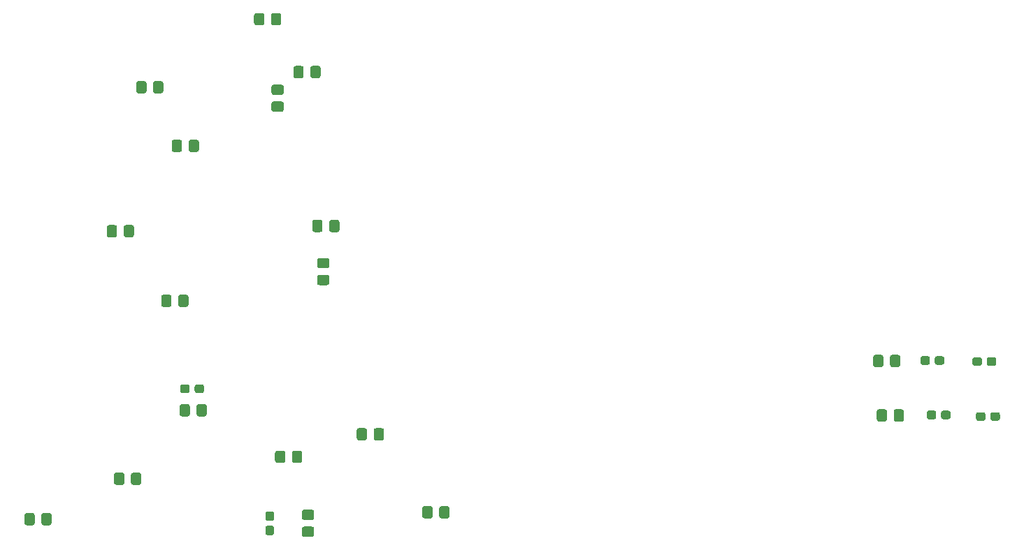
<source format=gbr>
%TF.GenerationSoftware,KiCad,Pcbnew,(5.1.6)-1*%
%TF.CreationDate,2021-10-19T11:47:46+02:00*%
%TF.ProjectId,_autosave-BaumOben,5f617574-6f73-4617-9665-2d4261756d4f,rev?*%
%TF.SameCoordinates,Original*%
%TF.FileFunction,Soldermask,Top*%
%TF.FilePolarity,Negative*%
%FSLAX46Y46*%
G04 Gerber Fmt 4.6, Leading zero omitted, Abs format (unit mm)*
G04 Created by KiCad (PCBNEW (5.1.6)-1) date 2021-10-19 11:47:46*
%MOMM*%
%LPD*%
G01*
G04 APERTURE LIST*
G04 APERTURE END LIST*
%TO.C,R10*%
G36*
G01*
X180413500Y-113254262D02*
X180413500Y-112297738D01*
G75*
G02*
X180685238Y-112026000I271738J0D01*
G01*
X181391762Y-112026000D01*
G75*
G02*
X181663500Y-112297738I0J-271738D01*
G01*
X181663500Y-113254262D01*
G75*
G02*
X181391762Y-113526000I-271738J0D01*
G01*
X180685238Y-113526000D01*
G75*
G02*
X180413500Y-113254262I0J271738D01*
G01*
G37*
G36*
G01*
X178363500Y-113254262D02*
X178363500Y-112297738D01*
G75*
G02*
X178635238Y-112026000I271738J0D01*
G01*
X179341762Y-112026000D01*
G75*
G02*
X179613500Y-112297738I0J-271738D01*
G01*
X179613500Y-113254262D01*
G75*
G02*
X179341762Y-113526000I-271738J0D01*
G01*
X178635238Y-113526000D01*
G75*
G02*
X178363500Y-113254262I0J271738D01*
G01*
G37*
%TD*%
%TO.C,R9*%
G36*
G01*
X179978000Y-106650262D02*
X179978000Y-105693738D01*
G75*
G02*
X180249738Y-105422000I271738J0D01*
G01*
X180956262Y-105422000D01*
G75*
G02*
X181228000Y-105693738I0J-271738D01*
G01*
X181228000Y-106650262D01*
G75*
G02*
X180956262Y-106922000I-271738J0D01*
G01*
X180249738Y-106922000D01*
G75*
G02*
X179978000Y-106650262I0J271738D01*
G01*
G37*
G36*
G01*
X177928000Y-106650262D02*
X177928000Y-105693738D01*
G75*
G02*
X178199738Y-105422000I271738J0D01*
G01*
X178906262Y-105422000D01*
G75*
G02*
X179178000Y-105693738I0J-271738D01*
G01*
X179178000Y-106650262D01*
G75*
G02*
X178906262Y-106922000I-271738J0D01*
G01*
X178199738Y-106922000D01*
G75*
G02*
X177928000Y-106650262I0J271738D01*
G01*
G37*
%TD*%
%TO.C,R8*%
G36*
G01*
X109952262Y-125457000D02*
X108995738Y-125457000D01*
G75*
G02*
X108724000Y-125185262I0J271738D01*
G01*
X108724000Y-124478738D01*
G75*
G02*
X108995738Y-124207000I271738J0D01*
G01*
X109952262Y-124207000D01*
G75*
G02*
X110224000Y-124478738I0J-271738D01*
G01*
X110224000Y-125185262D01*
G75*
G02*
X109952262Y-125457000I-271738J0D01*
G01*
G37*
G36*
G01*
X109952262Y-127507000D02*
X108995738Y-127507000D01*
G75*
G02*
X108724000Y-127235262I0J271738D01*
G01*
X108724000Y-126528738D01*
G75*
G02*
X108995738Y-126257000I271738J0D01*
G01*
X109952262Y-126257000D01*
G75*
G02*
X110224000Y-126528738I0J-271738D01*
G01*
X110224000Y-127235262D01*
G75*
G02*
X109952262Y-127507000I-271738J0D01*
G01*
G37*
%TD*%
%TO.C,R7*%
G36*
G01*
X95967500Y-112619262D02*
X95967500Y-111662738D01*
G75*
G02*
X96239238Y-111391000I271738J0D01*
G01*
X96945762Y-111391000D01*
G75*
G02*
X97217500Y-111662738I0J-271738D01*
G01*
X97217500Y-112619262D01*
G75*
G02*
X96945762Y-112891000I-271738J0D01*
G01*
X96239238Y-112891000D01*
G75*
G02*
X95967500Y-112619262I0J271738D01*
G01*
G37*
G36*
G01*
X93917500Y-112619262D02*
X93917500Y-111662738D01*
G75*
G02*
X94189238Y-111391000I271738J0D01*
G01*
X94895762Y-111391000D01*
G75*
G02*
X95167500Y-111662738I0J-271738D01*
G01*
X95167500Y-112619262D01*
G75*
G02*
X94895762Y-112891000I-271738J0D01*
G01*
X94189238Y-112891000D01*
G75*
G02*
X93917500Y-112619262I0J271738D01*
G01*
G37*
%TD*%
%TO.C,R3*%
G36*
G01*
X105312738Y-74695000D02*
X106269262Y-74695000D01*
G75*
G02*
X106541000Y-74966738I0J-271738D01*
G01*
X106541000Y-75673262D01*
G75*
G02*
X106269262Y-75945000I-271738J0D01*
G01*
X105312738Y-75945000D01*
G75*
G02*
X105041000Y-75673262I0J271738D01*
G01*
X105041000Y-74966738D01*
G75*
G02*
X105312738Y-74695000I271738J0D01*
G01*
G37*
G36*
G01*
X105312738Y-72645000D02*
X106269262Y-72645000D01*
G75*
G02*
X106541000Y-72916738I0J-271738D01*
G01*
X106541000Y-73623262D01*
G75*
G02*
X106269262Y-73895000I-271738J0D01*
G01*
X105312738Y-73895000D01*
G75*
G02*
X105041000Y-73623262I0J271738D01*
G01*
X105041000Y-72916738D01*
G75*
G02*
X105312738Y-72645000I271738J0D01*
G01*
G37*
%TD*%
%TO.C,R1*%
G36*
G01*
X110837238Y-95722500D02*
X111793762Y-95722500D01*
G75*
G02*
X112065500Y-95994238I0J-271738D01*
G01*
X112065500Y-96700762D01*
G75*
G02*
X111793762Y-96972500I-271738J0D01*
G01*
X110837238Y-96972500D01*
G75*
G02*
X110565500Y-96700762I0J271738D01*
G01*
X110565500Y-95994238D01*
G75*
G02*
X110837238Y-95722500I271738J0D01*
G01*
G37*
G36*
G01*
X110837238Y-93672500D02*
X111793762Y-93672500D01*
G75*
G02*
X112065500Y-93944238I0J-271738D01*
G01*
X112065500Y-94650762D01*
G75*
G02*
X111793762Y-94922500I-271738J0D01*
G01*
X110837238Y-94922500D01*
G75*
G02*
X110565500Y-94650762I0J271738D01*
G01*
X110565500Y-93944238D01*
G75*
G02*
X110837238Y-93672500I271738J0D01*
G01*
G37*
%TD*%
%TO.C,DY8*%
G36*
G01*
X93745000Y-99347762D02*
X93745000Y-98391238D01*
G75*
G02*
X94016738Y-98119500I271738J0D01*
G01*
X94723262Y-98119500D01*
G75*
G02*
X94995000Y-98391238I0J-271738D01*
G01*
X94995000Y-99347762D01*
G75*
G02*
X94723262Y-99619500I-271738J0D01*
G01*
X94016738Y-99619500D01*
G75*
G02*
X93745000Y-99347762I0J271738D01*
G01*
G37*
G36*
G01*
X91695000Y-99347762D02*
X91695000Y-98391238D01*
G75*
G02*
X91966738Y-98119500I271738J0D01*
G01*
X92673262Y-98119500D01*
G75*
G02*
X92945000Y-98391238I0J-271738D01*
G01*
X92945000Y-99347762D01*
G75*
G02*
X92673262Y-99619500I-271738J0D01*
G01*
X91966738Y-99619500D01*
G75*
G02*
X91695000Y-99347762I0J271738D01*
G01*
G37*
%TD*%
%TO.C,DY6*%
G36*
G01*
X109747000Y-71598262D02*
X109747000Y-70641738D01*
G75*
G02*
X110018738Y-70370000I271738J0D01*
G01*
X110725262Y-70370000D01*
G75*
G02*
X110997000Y-70641738I0J-271738D01*
G01*
X110997000Y-71598262D01*
G75*
G02*
X110725262Y-71870000I-271738J0D01*
G01*
X110018738Y-71870000D01*
G75*
G02*
X109747000Y-71598262I0J271738D01*
G01*
G37*
G36*
G01*
X107697000Y-71598262D02*
X107697000Y-70641738D01*
G75*
G02*
X107968738Y-70370000I271738J0D01*
G01*
X108675262Y-70370000D01*
G75*
G02*
X108947000Y-70641738I0J-271738D01*
G01*
X108947000Y-71598262D01*
G75*
G02*
X108675262Y-71870000I-271738J0D01*
G01*
X107968738Y-71870000D01*
G75*
G02*
X107697000Y-71598262I0J271738D01*
G01*
G37*
%TD*%
%TO.C,DY4*%
G36*
G01*
X111233000Y-89310738D02*
X111233000Y-90267262D01*
G75*
G02*
X110961262Y-90539000I-271738J0D01*
G01*
X110254738Y-90539000D01*
G75*
G02*
X109983000Y-90267262I0J271738D01*
G01*
X109983000Y-89310738D01*
G75*
G02*
X110254738Y-89039000I271738J0D01*
G01*
X110961262Y-89039000D01*
G75*
G02*
X111233000Y-89310738I0J-271738D01*
G01*
G37*
G36*
G01*
X113283000Y-89310738D02*
X113283000Y-90267262D01*
G75*
G02*
X113011262Y-90539000I-271738J0D01*
G01*
X112304738Y-90539000D01*
G75*
G02*
X112033000Y-90267262I0J271738D01*
G01*
X112033000Y-89310738D01*
G75*
G02*
X112304738Y-89039000I271738J0D01*
G01*
X113011262Y-89039000D01*
G75*
G02*
X113283000Y-89310738I0J-271738D01*
G01*
G37*
%TD*%
%TO.C,DY1*%
G36*
G01*
X88030000Y-120937762D02*
X88030000Y-119981238D01*
G75*
G02*
X88301738Y-119709500I271738J0D01*
G01*
X89008262Y-119709500D01*
G75*
G02*
X89280000Y-119981238I0J-271738D01*
G01*
X89280000Y-120937762D01*
G75*
G02*
X89008262Y-121209500I-271738J0D01*
G01*
X88301738Y-121209500D01*
G75*
G02*
X88030000Y-120937762I0J271738D01*
G01*
G37*
G36*
G01*
X85980000Y-120937762D02*
X85980000Y-119981238D01*
G75*
G02*
X86251738Y-119709500I271738J0D01*
G01*
X86958262Y-119709500D01*
G75*
G02*
X87230000Y-119981238I0J-271738D01*
G01*
X87230000Y-120937762D01*
G75*
G02*
X86958262Y-121209500I-271738J0D01*
G01*
X86251738Y-121209500D01*
G75*
G02*
X85980000Y-120937762I0J271738D01*
G01*
G37*
%TD*%
%TO.C,DR7*%
G36*
G01*
X87141000Y-90902262D02*
X87141000Y-89945738D01*
G75*
G02*
X87412738Y-89674000I271738J0D01*
G01*
X88119262Y-89674000D01*
G75*
G02*
X88391000Y-89945738I0J-271738D01*
G01*
X88391000Y-90902262D01*
G75*
G02*
X88119262Y-91174000I-271738J0D01*
G01*
X87412738Y-91174000D01*
G75*
G02*
X87141000Y-90902262I0J271738D01*
G01*
G37*
G36*
G01*
X85091000Y-90902262D02*
X85091000Y-89945738D01*
G75*
G02*
X85362738Y-89674000I271738J0D01*
G01*
X86069262Y-89674000D01*
G75*
G02*
X86341000Y-89945738I0J-271738D01*
G01*
X86341000Y-90902262D01*
G75*
G02*
X86069262Y-91174000I-271738J0D01*
G01*
X85362738Y-91174000D01*
G75*
G02*
X85091000Y-90902262I0J271738D01*
G01*
G37*
%TD*%
%TO.C,DR5*%
G36*
G01*
X117430500Y-115540262D02*
X117430500Y-114583738D01*
G75*
G02*
X117702238Y-114312000I271738J0D01*
G01*
X118408762Y-114312000D01*
G75*
G02*
X118680500Y-114583738I0J-271738D01*
G01*
X118680500Y-115540262D01*
G75*
G02*
X118408762Y-115812000I-271738J0D01*
G01*
X117702238Y-115812000D01*
G75*
G02*
X117430500Y-115540262I0J271738D01*
G01*
G37*
G36*
G01*
X115380500Y-115540262D02*
X115380500Y-114583738D01*
G75*
G02*
X115652238Y-114312000I271738J0D01*
G01*
X116358762Y-114312000D01*
G75*
G02*
X116630500Y-114583738I0J-271738D01*
G01*
X116630500Y-115540262D01*
G75*
G02*
X116358762Y-115812000I-271738J0D01*
G01*
X115652238Y-115812000D01*
G75*
G02*
X115380500Y-115540262I0J271738D01*
G01*
G37*
%TD*%
%TO.C,DR3*%
G36*
G01*
X104184500Y-64228238D02*
X104184500Y-65184762D01*
G75*
G02*
X103912762Y-65456500I-271738J0D01*
G01*
X103206238Y-65456500D01*
G75*
G02*
X102934500Y-65184762I0J271738D01*
G01*
X102934500Y-64228238D01*
G75*
G02*
X103206238Y-63956500I271738J0D01*
G01*
X103912762Y-63956500D01*
G75*
G02*
X104184500Y-64228238I0J-271738D01*
G01*
G37*
G36*
G01*
X106234500Y-64228238D02*
X106234500Y-65184762D01*
G75*
G02*
X105962762Y-65456500I-271738J0D01*
G01*
X105256238Y-65456500D01*
G75*
G02*
X104984500Y-65184762I0J271738D01*
G01*
X104984500Y-64228238D01*
G75*
G02*
X105256238Y-63956500I271738J0D01*
G01*
X105962762Y-63956500D01*
G75*
G02*
X106234500Y-64228238I0J-271738D01*
G01*
G37*
%TD*%
%TO.C,DR1*%
G36*
G01*
X77171500Y-125827262D02*
X77171500Y-124870738D01*
G75*
G02*
X77443238Y-124599000I271738J0D01*
G01*
X78149762Y-124599000D01*
G75*
G02*
X78421500Y-124870738I0J-271738D01*
G01*
X78421500Y-125827262D01*
G75*
G02*
X78149762Y-126099000I-271738J0D01*
G01*
X77443238Y-126099000D01*
G75*
G02*
X77171500Y-125827262I0J271738D01*
G01*
G37*
G36*
G01*
X75121500Y-125827262D02*
X75121500Y-124870738D01*
G75*
G02*
X75393238Y-124599000I271738J0D01*
G01*
X76099762Y-124599000D01*
G75*
G02*
X76371500Y-124870738I0J-271738D01*
G01*
X76371500Y-125827262D01*
G75*
G02*
X76099762Y-126099000I-271738J0D01*
G01*
X75393238Y-126099000D01*
G75*
G02*
X75121500Y-125827262I0J271738D01*
G01*
G37*
%TD*%
%TO.C,DG7*%
G36*
G01*
X89906000Y-72483238D02*
X89906000Y-73439762D01*
G75*
G02*
X89634262Y-73711500I-271738J0D01*
G01*
X88927738Y-73711500D01*
G75*
G02*
X88656000Y-73439762I0J271738D01*
G01*
X88656000Y-72483238D01*
G75*
G02*
X88927738Y-72211500I271738J0D01*
G01*
X89634262Y-72211500D01*
G75*
G02*
X89906000Y-72483238I0J-271738D01*
G01*
G37*
G36*
G01*
X91956000Y-72483238D02*
X91956000Y-73439762D01*
G75*
G02*
X91684262Y-73711500I-271738J0D01*
G01*
X90977738Y-73711500D01*
G75*
G02*
X90706000Y-73439762I0J271738D01*
G01*
X90706000Y-72483238D01*
G75*
G02*
X90977738Y-72211500I271738J0D01*
G01*
X91684262Y-72211500D01*
G75*
G02*
X91956000Y-72483238I0J-271738D01*
G01*
G37*
%TD*%
%TO.C,DG5*%
G36*
G01*
X125368000Y-125001762D02*
X125368000Y-124045238D01*
G75*
G02*
X125639738Y-123773500I271738J0D01*
G01*
X126346262Y-123773500D01*
G75*
G02*
X126618000Y-124045238I0J-271738D01*
G01*
X126618000Y-125001762D01*
G75*
G02*
X126346262Y-125273500I-271738J0D01*
G01*
X125639738Y-125273500D01*
G75*
G02*
X125368000Y-125001762I0J271738D01*
G01*
G37*
G36*
G01*
X123318000Y-125001762D02*
X123318000Y-124045238D01*
G75*
G02*
X123589738Y-123773500I271738J0D01*
G01*
X124296262Y-123773500D01*
G75*
G02*
X124568000Y-124045238I0J-271738D01*
G01*
X124568000Y-125001762D01*
G75*
G02*
X124296262Y-125273500I-271738J0D01*
G01*
X123589738Y-125273500D01*
G75*
G02*
X123318000Y-125001762I0J271738D01*
G01*
G37*
%TD*%
%TO.C,DG3*%
G36*
G01*
X107524500Y-118270762D02*
X107524500Y-117314238D01*
G75*
G02*
X107796238Y-117042500I271738J0D01*
G01*
X108502762Y-117042500D01*
G75*
G02*
X108774500Y-117314238I0J-271738D01*
G01*
X108774500Y-118270762D01*
G75*
G02*
X108502762Y-118542500I-271738J0D01*
G01*
X107796238Y-118542500D01*
G75*
G02*
X107524500Y-118270762I0J271738D01*
G01*
G37*
G36*
G01*
X105474500Y-118270762D02*
X105474500Y-117314238D01*
G75*
G02*
X105746238Y-117042500I271738J0D01*
G01*
X106452762Y-117042500D01*
G75*
G02*
X106724500Y-117314238I0J-271738D01*
G01*
X106724500Y-118270762D01*
G75*
G02*
X106452762Y-118542500I-271738J0D01*
G01*
X105746238Y-118542500D01*
G75*
G02*
X105474500Y-118270762I0J271738D01*
G01*
G37*
%TD*%
%TO.C,DG1*%
G36*
G01*
X95015000Y-80551762D02*
X95015000Y-79595238D01*
G75*
G02*
X95286738Y-79323500I271738J0D01*
G01*
X95993262Y-79323500D01*
G75*
G02*
X96265000Y-79595238I0J-271738D01*
G01*
X96265000Y-80551762D01*
G75*
G02*
X95993262Y-80823500I-271738J0D01*
G01*
X95286738Y-80823500D01*
G75*
G02*
X95015000Y-80551762I0J271738D01*
G01*
G37*
G36*
G01*
X92965000Y-80551762D02*
X92965000Y-79595238D01*
G75*
G02*
X93236738Y-79323500I271738J0D01*
G01*
X93943262Y-79323500D01*
G75*
G02*
X94215000Y-79595238I0J-271738D01*
G01*
X94215000Y-80551762D01*
G75*
G02*
X93943262Y-80823500I-271738J0D01*
G01*
X93236738Y-80823500D01*
G75*
G02*
X92965000Y-80551762I0J271738D01*
G01*
G37*
%TD*%
%TO.C,DB8*%
G36*
G01*
X186164500Y-112975000D02*
X186164500Y-112450000D01*
G75*
G02*
X186427000Y-112187500I262500J0D01*
G01*
X187052000Y-112187500D01*
G75*
G02*
X187314500Y-112450000I0J-262500D01*
G01*
X187314500Y-112975000D01*
G75*
G02*
X187052000Y-113237500I-262500J0D01*
G01*
X186427000Y-113237500D01*
G75*
G02*
X186164500Y-112975000I0J262500D01*
G01*
G37*
G36*
G01*
X184414500Y-112975000D02*
X184414500Y-112450000D01*
G75*
G02*
X184677000Y-112187500I262500J0D01*
G01*
X185302000Y-112187500D01*
G75*
G02*
X185564500Y-112450000I0J-262500D01*
G01*
X185564500Y-112975000D01*
G75*
G02*
X185302000Y-113237500I-262500J0D01*
G01*
X184677000Y-113237500D01*
G75*
G02*
X184414500Y-112975000I0J262500D01*
G01*
G37*
%TD*%
%TO.C,DB7*%
G36*
G01*
X192133500Y-113165500D02*
X192133500Y-112640500D01*
G75*
G02*
X192396000Y-112378000I262500J0D01*
G01*
X193021000Y-112378000D01*
G75*
G02*
X193283500Y-112640500I0J-262500D01*
G01*
X193283500Y-113165500D01*
G75*
G02*
X193021000Y-113428000I-262500J0D01*
G01*
X192396000Y-113428000D01*
G75*
G02*
X192133500Y-113165500I0J262500D01*
G01*
G37*
G36*
G01*
X190383500Y-113165500D02*
X190383500Y-112640500D01*
G75*
G02*
X190646000Y-112378000I262500J0D01*
G01*
X191271000Y-112378000D01*
G75*
G02*
X191533500Y-112640500I0J-262500D01*
G01*
X191533500Y-113165500D01*
G75*
G02*
X191271000Y-113428000I-262500J0D01*
G01*
X190646000Y-113428000D01*
G75*
G02*
X190383500Y-113165500I0J262500D01*
G01*
G37*
%TD*%
%TO.C,DB6*%
G36*
G01*
X185402500Y-106371000D02*
X185402500Y-105846000D01*
G75*
G02*
X185665000Y-105583500I262500J0D01*
G01*
X186290000Y-105583500D01*
G75*
G02*
X186552500Y-105846000I0J-262500D01*
G01*
X186552500Y-106371000D01*
G75*
G02*
X186290000Y-106633500I-262500J0D01*
G01*
X185665000Y-106633500D01*
G75*
G02*
X185402500Y-106371000I0J262500D01*
G01*
G37*
G36*
G01*
X183652500Y-106371000D02*
X183652500Y-105846000D01*
G75*
G02*
X183915000Y-105583500I262500J0D01*
G01*
X184540000Y-105583500D01*
G75*
G02*
X184802500Y-105846000I0J-262500D01*
G01*
X184802500Y-106371000D01*
G75*
G02*
X184540000Y-106633500I-262500J0D01*
G01*
X183915000Y-106633500D01*
G75*
G02*
X183652500Y-106371000I0J262500D01*
G01*
G37*
%TD*%
%TO.C,DB5*%
G36*
G01*
X191703000Y-106498000D02*
X191703000Y-105973000D01*
G75*
G02*
X191965500Y-105710500I262500J0D01*
G01*
X192590500Y-105710500D01*
G75*
G02*
X192853000Y-105973000I0J-262500D01*
G01*
X192853000Y-106498000D01*
G75*
G02*
X192590500Y-106760500I-262500J0D01*
G01*
X191965500Y-106760500D01*
G75*
G02*
X191703000Y-106498000I0J262500D01*
G01*
G37*
G36*
G01*
X189953000Y-106498000D02*
X189953000Y-105973000D01*
G75*
G02*
X190215500Y-105710500I262500J0D01*
G01*
X190840500Y-105710500D01*
G75*
G02*
X191103000Y-105973000I0J-262500D01*
G01*
X191103000Y-106498000D01*
G75*
G02*
X190840500Y-106760500I-262500J0D01*
G01*
X190215500Y-106760500D01*
G75*
G02*
X189953000Y-106498000I0J262500D01*
G01*
G37*
%TD*%
%TO.C,DB4*%
G36*
G01*
X105101000Y-125557000D02*
X104576000Y-125557000D01*
G75*
G02*
X104313500Y-125294500I0J262500D01*
G01*
X104313500Y-124669500D01*
G75*
G02*
X104576000Y-124407000I262500J0D01*
G01*
X105101000Y-124407000D01*
G75*
G02*
X105363500Y-124669500I0J-262500D01*
G01*
X105363500Y-125294500D01*
G75*
G02*
X105101000Y-125557000I-262500J0D01*
G01*
G37*
G36*
G01*
X105101000Y-127307000D02*
X104576000Y-127307000D01*
G75*
G02*
X104313500Y-127044500I0J262500D01*
G01*
X104313500Y-126419500D01*
G75*
G02*
X104576000Y-126157000I262500J0D01*
G01*
X105101000Y-126157000D01*
G75*
G02*
X105363500Y-126419500I0J-262500D01*
G01*
X105363500Y-127044500D01*
G75*
G02*
X105101000Y-127307000I-262500J0D01*
G01*
G37*
%TD*%
%TO.C,DB2*%
G36*
G01*
X95740500Y-109800000D02*
X95740500Y-109275000D01*
G75*
G02*
X96003000Y-109012500I262500J0D01*
G01*
X96628000Y-109012500D01*
G75*
G02*
X96890500Y-109275000I0J-262500D01*
G01*
X96890500Y-109800000D01*
G75*
G02*
X96628000Y-110062500I-262500J0D01*
G01*
X96003000Y-110062500D01*
G75*
G02*
X95740500Y-109800000I0J262500D01*
G01*
G37*
G36*
G01*
X93990500Y-109800000D02*
X93990500Y-109275000D01*
G75*
G02*
X94253000Y-109012500I262500J0D01*
G01*
X94878000Y-109012500D01*
G75*
G02*
X95140500Y-109275000I0J-262500D01*
G01*
X95140500Y-109800000D01*
G75*
G02*
X94878000Y-110062500I-262500J0D01*
G01*
X94253000Y-110062500D01*
G75*
G02*
X93990500Y-109800000I0J262500D01*
G01*
G37*
%TD*%
M02*

</source>
